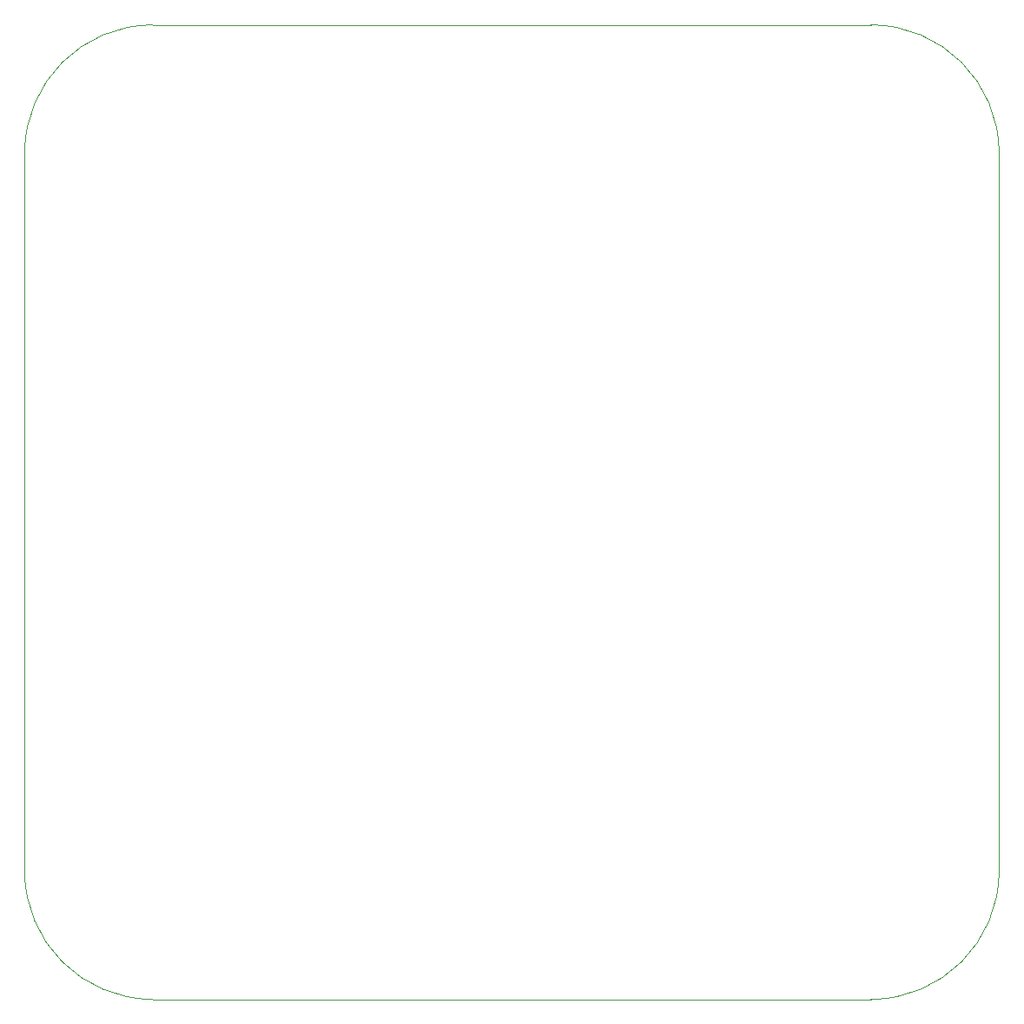
<source format=gbr>
%TF.GenerationSoftware,KiCad,Pcbnew,9.0.3*%
%TF.CreationDate,2025-12-24T22:58:55+05:30*%
%TF.ProjectId,snake_pcb_3,736e616b-655f-4706-9362-5f332e6b6963,rev?*%
%TF.SameCoordinates,Original*%
%TF.FileFunction,Profile,NP*%
%FSLAX46Y46*%
G04 Gerber Fmt 4.6, Leading zero omitted, Abs format (unit mm)*
G04 Created by KiCad (PCBNEW 9.0.3) date 2025-12-24 22:58:55*
%MOMM*%
%LPD*%
G01*
G04 APERTURE LIST*
%TA.AperFunction,Profile*%
%ADD10C,0.050000*%
%TD*%
G04 APERTURE END LIST*
D10*
X190000000Y-147500000D02*
G75*
G02*
X177500000Y-135000000I0J12500000D01*
G01*
X177500000Y-135000000D02*
X177500000Y-65000000D01*
X260000000Y-52500000D02*
G75*
G02*
X272500000Y-65000000I0J-12500000D01*
G01*
X272500000Y-135000000D02*
X272500000Y-65000000D01*
X177500000Y-65000000D02*
G75*
G02*
X190000000Y-52500000I12500000J0D01*
G01*
X260000000Y-52500000D02*
X190000000Y-52500000D01*
X272500000Y-135000000D02*
G75*
G02*
X260000000Y-147500000I-12500000J0D01*
G01*
X260000000Y-147500000D02*
X190000000Y-147500000D01*
M02*

</source>
